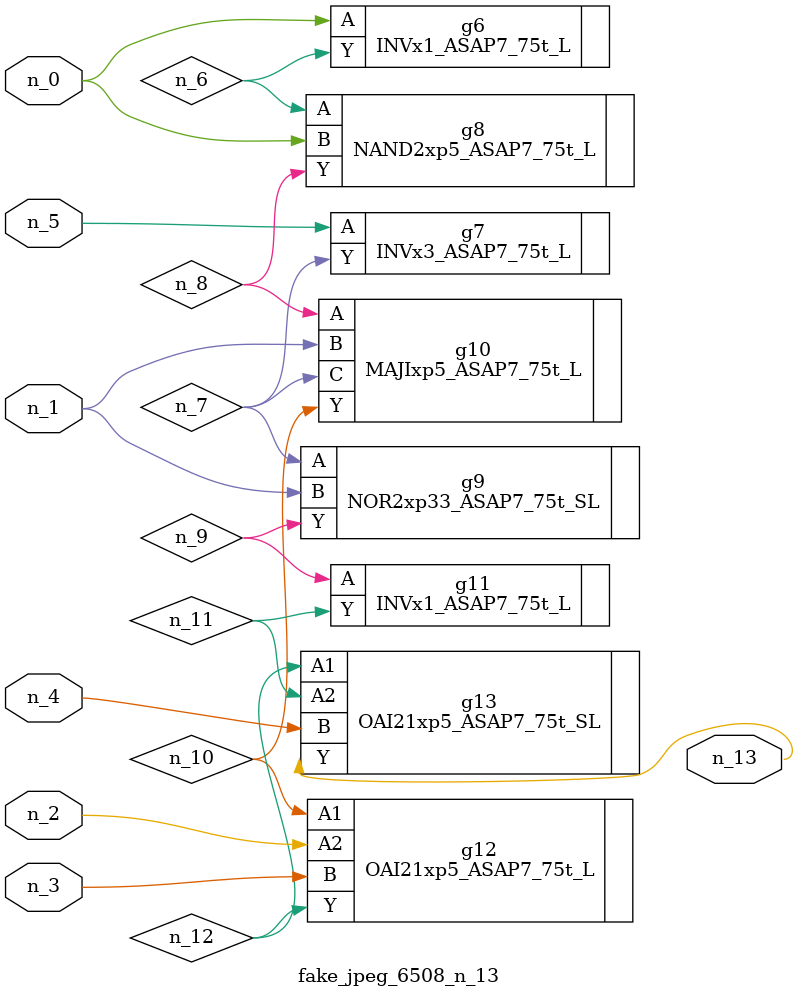
<source format=v>
module fake_jpeg_6508_n_13 (n_3, n_2, n_1, n_0, n_4, n_5, n_13);

input n_3;
input n_2;
input n_1;
input n_0;
input n_4;
input n_5;

output n_13;

wire n_11;
wire n_10;
wire n_12;
wire n_8;
wire n_9;
wire n_6;
wire n_7;

INVx1_ASAP7_75t_L g6 ( 
.A(n_0),
.Y(n_6)
);

INVx3_ASAP7_75t_L g7 ( 
.A(n_5),
.Y(n_7)
);

NAND2xp5_ASAP7_75t_L g8 ( 
.A(n_6),
.B(n_0),
.Y(n_8)
);

MAJIxp5_ASAP7_75t_L g10 ( 
.A(n_8),
.B(n_1),
.C(n_7),
.Y(n_10)
);

NOR2xp33_ASAP7_75t_SL g9 ( 
.A(n_7),
.B(n_1),
.Y(n_9)
);

INVx1_ASAP7_75t_L g11 ( 
.A(n_9),
.Y(n_11)
);

OAI21xp5_ASAP7_75t_L g12 ( 
.A1(n_10),
.A2(n_2),
.B(n_3),
.Y(n_12)
);

OAI21xp5_ASAP7_75t_SL g13 ( 
.A1(n_12),
.A2(n_11),
.B(n_4),
.Y(n_13)
);


endmodule
</source>
